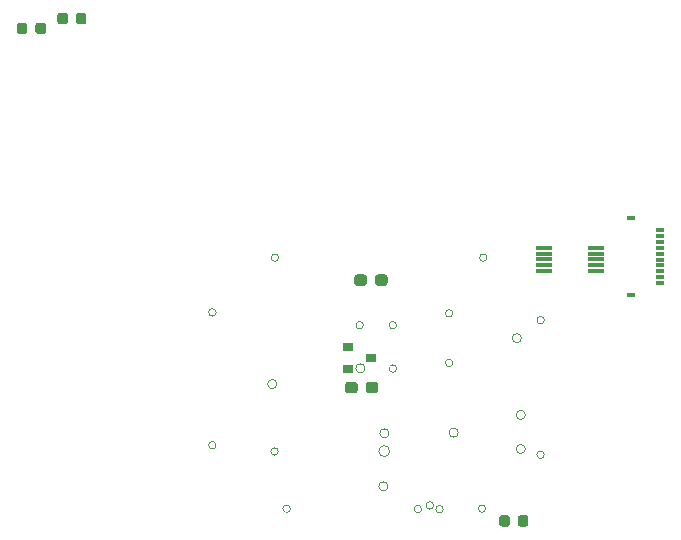
<source format=gbp>
G04 #@! TF.GenerationSoftware,KiCad,Pcbnew,5.1.4-e60b266~84~ubuntu16.04.1*
G04 #@! TF.CreationDate,2019-10-13T20:58:43-05:00*
G04 #@! TF.ProjectId,uno shield v1.0 project SMD,756e6f20-7368-4696-956c-642076312e30,rev?*
G04 #@! TF.SameCoordinates,Original*
G04 #@! TF.FileFunction,Paste,Bot*
G04 #@! TF.FilePolarity,Positive*
%FSLAX46Y46*%
G04 Gerber Fmt 4.6, Leading zero omitted, Abs format (unit mm)*
G04 Created by KiCad (PCBNEW 5.1.4-e60b266~84~ubuntu16.04.1) date 2019-10-13 20:58:43*
%MOMM*%
%LPD*%
G04 APERTURE LIST*
%ADD10C,0.080000*%
%ADD11R,0.800000X0.400000*%
%ADD12R,0.800000X0.300000*%
%ADD13R,0.900000X0.800000*%
%ADD14R,1.400000X0.300000*%
%ADD15C,0.100000*%
%ADD16C,0.950000*%
%ADD17C,0.875000*%
G04 APERTURE END LIST*
D10*
X137654638Y-115303300D02*
G75*
G03X137654638Y-115303300I-390498J0D01*
G01*
X145112078Y-113974880D02*
G75*
G03X145112078Y-113974880I-390498J0D01*
G01*
X147144078Y-119481600D02*
G75*
G03X147144078Y-119481600I-390498J0D01*
G01*
X147065338Y-123959620D02*
G75*
G03X147065338Y-123959620I-390498J0D01*
G01*
X153016558Y-119413020D02*
G75*
G03X153016558Y-119413020I-390498J0D01*
G01*
X158690918Y-120799860D02*
G75*
G03X158690918Y-120799860I-390498J0D01*
G01*
X158685838Y-117911880D02*
G75*
G03X158685838Y-117911880I-390498J0D01*
G01*
X144983308Y-110315673D02*
G75*
G03X144983308Y-110315673I-315284J0D01*
G01*
X147787523Y-110322000D02*
G75*
G03X147787523Y-110322000I-315284J0D01*
G01*
X147789772Y-113990414D02*
G75*
G03X147789772Y-113990414I-315284J0D01*
G01*
X138795571Y-125854088D02*
G75*
G03X138795571Y-125854088I-315284J0D01*
G01*
X155335571Y-125844088D02*
G75*
G03X155335571Y-125844088I-315284J0D01*
G01*
X160295571Y-121284088D02*
G75*
G03X160295571Y-121284088I-315284J0D01*
G01*
X160295571Y-109884088D02*
G75*
G03X160295571Y-109884088I-315284J0D01*
G01*
X155445571Y-104604088D02*
G75*
G03X155445571Y-104604088I-315284J0D01*
G01*
X137795571Y-104604088D02*
G75*
G03X137795571Y-104604088I-315284J0D01*
G01*
X132505571Y-109234088D02*
G75*
G03X132505571Y-109234088I-315284J0D01*
G01*
X132505571Y-120484088D02*
G75*
G03X132505571Y-120484088I-315284J0D01*
G01*
X149913017Y-125891840D02*
G75*
G03X149913017Y-125891840I-315284J0D01*
G01*
X151734205Y-125901910D02*
G75*
G03X151734205Y-125901910I-315284J0D01*
G01*
X152551647Y-109315411D02*
G75*
G03X152551647Y-109315411I-315284J0D01*
G01*
X158360718Y-111419640D02*
G75*
G03X158360718Y-111419640I-390498J0D01*
G01*
X152553396Y-113510306D02*
G75*
G03X152553396Y-113510306I-315284J0D01*
G01*
X150920119Y-125576285D02*
G75*
G03X150920119Y-125576285I-315284J0D01*
G01*
X147205419Y-120984542D02*
G75*
G03X147205419Y-120984542I-461570J0D01*
G01*
X137773182Y-121006608D02*
G75*
G03X137773182Y-121006608I-315284J0D01*
G01*
D11*
X167619040Y-107760400D03*
X167619040Y-101260400D03*
D12*
X170119040Y-106760400D03*
X170119040Y-106260400D03*
X170119040Y-105760400D03*
X170119040Y-105260400D03*
X170119040Y-104760400D03*
X170119040Y-104260400D03*
X170119040Y-103760400D03*
X170119040Y-103260400D03*
X170119040Y-102760400D03*
X170119040Y-102260400D03*
D13*
X145637000Y-113118860D03*
X143637000Y-112168860D03*
X143637000Y-114068860D03*
D14*
X164630460Y-103749600D03*
X164630460Y-104249600D03*
X164630460Y-104749600D03*
X164630460Y-105249600D03*
X164630460Y-105749600D03*
X160230460Y-105749600D03*
X160230460Y-105249600D03*
X160230460Y-104749600D03*
X160230460Y-104249600D03*
X160230460Y-103749600D03*
D15*
G36*
X146805779Y-106026144D02*
G01*
X146828834Y-106029563D01*
X146851443Y-106035227D01*
X146873387Y-106043079D01*
X146894457Y-106053044D01*
X146914448Y-106065026D01*
X146933168Y-106078910D01*
X146950438Y-106094562D01*
X146966090Y-106111832D01*
X146979974Y-106130552D01*
X146991956Y-106150543D01*
X147001921Y-106171613D01*
X147009773Y-106193557D01*
X147015437Y-106216166D01*
X147018856Y-106239221D01*
X147020000Y-106262500D01*
X147020000Y-106737500D01*
X147018856Y-106760779D01*
X147015437Y-106783834D01*
X147009773Y-106806443D01*
X147001921Y-106828387D01*
X146991956Y-106849457D01*
X146979974Y-106869448D01*
X146966090Y-106888168D01*
X146950438Y-106905438D01*
X146933168Y-106921090D01*
X146914448Y-106934974D01*
X146894457Y-106946956D01*
X146873387Y-106956921D01*
X146851443Y-106964773D01*
X146828834Y-106970437D01*
X146805779Y-106973856D01*
X146782500Y-106975000D01*
X146207500Y-106975000D01*
X146184221Y-106973856D01*
X146161166Y-106970437D01*
X146138557Y-106964773D01*
X146116613Y-106956921D01*
X146095543Y-106946956D01*
X146075552Y-106934974D01*
X146056832Y-106921090D01*
X146039562Y-106905438D01*
X146023910Y-106888168D01*
X146010026Y-106869448D01*
X145998044Y-106849457D01*
X145988079Y-106828387D01*
X145980227Y-106806443D01*
X145974563Y-106783834D01*
X145971144Y-106760779D01*
X145970000Y-106737500D01*
X145970000Y-106262500D01*
X145971144Y-106239221D01*
X145974563Y-106216166D01*
X145980227Y-106193557D01*
X145988079Y-106171613D01*
X145998044Y-106150543D01*
X146010026Y-106130552D01*
X146023910Y-106111832D01*
X146039562Y-106094562D01*
X146056832Y-106078910D01*
X146075552Y-106065026D01*
X146095543Y-106053044D01*
X146116613Y-106043079D01*
X146138557Y-106035227D01*
X146161166Y-106029563D01*
X146184221Y-106026144D01*
X146207500Y-106025000D01*
X146782500Y-106025000D01*
X146805779Y-106026144D01*
X146805779Y-106026144D01*
G37*
D16*
X146495000Y-106500000D03*
D15*
G36*
X145055779Y-106026144D02*
G01*
X145078834Y-106029563D01*
X145101443Y-106035227D01*
X145123387Y-106043079D01*
X145144457Y-106053044D01*
X145164448Y-106065026D01*
X145183168Y-106078910D01*
X145200438Y-106094562D01*
X145216090Y-106111832D01*
X145229974Y-106130552D01*
X145241956Y-106150543D01*
X145251921Y-106171613D01*
X145259773Y-106193557D01*
X145265437Y-106216166D01*
X145268856Y-106239221D01*
X145270000Y-106262500D01*
X145270000Y-106737500D01*
X145268856Y-106760779D01*
X145265437Y-106783834D01*
X145259773Y-106806443D01*
X145251921Y-106828387D01*
X145241956Y-106849457D01*
X145229974Y-106869448D01*
X145216090Y-106888168D01*
X145200438Y-106905438D01*
X145183168Y-106921090D01*
X145164448Y-106934974D01*
X145144457Y-106946956D01*
X145123387Y-106956921D01*
X145101443Y-106964773D01*
X145078834Y-106970437D01*
X145055779Y-106973856D01*
X145032500Y-106975000D01*
X144457500Y-106975000D01*
X144434221Y-106973856D01*
X144411166Y-106970437D01*
X144388557Y-106964773D01*
X144366613Y-106956921D01*
X144345543Y-106946956D01*
X144325552Y-106934974D01*
X144306832Y-106921090D01*
X144289562Y-106905438D01*
X144273910Y-106888168D01*
X144260026Y-106869448D01*
X144248044Y-106849457D01*
X144238079Y-106828387D01*
X144230227Y-106806443D01*
X144224563Y-106783834D01*
X144221144Y-106760779D01*
X144220000Y-106737500D01*
X144220000Y-106262500D01*
X144221144Y-106239221D01*
X144224563Y-106216166D01*
X144230227Y-106193557D01*
X144238079Y-106171613D01*
X144248044Y-106150543D01*
X144260026Y-106130552D01*
X144273910Y-106111832D01*
X144289562Y-106094562D01*
X144306832Y-106078910D01*
X144325552Y-106065026D01*
X144345543Y-106053044D01*
X144366613Y-106043079D01*
X144388557Y-106035227D01*
X144411166Y-106029563D01*
X144434221Y-106026144D01*
X144457500Y-106025000D01*
X145032500Y-106025000D01*
X145055779Y-106026144D01*
X145055779Y-106026144D01*
G37*
D16*
X144745000Y-106500000D03*
D15*
G36*
X146025779Y-115126144D02*
G01*
X146048834Y-115129563D01*
X146071443Y-115135227D01*
X146093387Y-115143079D01*
X146114457Y-115153044D01*
X146134448Y-115165026D01*
X146153168Y-115178910D01*
X146170438Y-115194562D01*
X146186090Y-115211832D01*
X146199974Y-115230552D01*
X146211956Y-115250543D01*
X146221921Y-115271613D01*
X146229773Y-115293557D01*
X146235437Y-115316166D01*
X146238856Y-115339221D01*
X146240000Y-115362500D01*
X146240000Y-115837500D01*
X146238856Y-115860779D01*
X146235437Y-115883834D01*
X146229773Y-115906443D01*
X146221921Y-115928387D01*
X146211956Y-115949457D01*
X146199974Y-115969448D01*
X146186090Y-115988168D01*
X146170438Y-116005438D01*
X146153168Y-116021090D01*
X146134448Y-116034974D01*
X146114457Y-116046956D01*
X146093387Y-116056921D01*
X146071443Y-116064773D01*
X146048834Y-116070437D01*
X146025779Y-116073856D01*
X146002500Y-116075000D01*
X145427500Y-116075000D01*
X145404221Y-116073856D01*
X145381166Y-116070437D01*
X145358557Y-116064773D01*
X145336613Y-116056921D01*
X145315543Y-116046956D01*
X145295552Y-116034974D01*
X145276832Y-116021090D01*
X145259562Y-116005438D01*
X145243910Y-115988168D01*
X145230026Y-115969448D01*
X145218044Y-115949457D01*
X145208079Y-115928387D01*
X145200227Y-115906443D01*
X145194563Y-115883834D01*
X145191144Y-115860779D01*
X145190000Y-115837500D01*
X145190000Y-115362500D01*
X145191144Y-115339221D01*
X145194563Y-115316166D01*
X145200227Y-115293557D01*
X145208079Y-115271613D01*
X145218044Y-115250543D01*
X145230026Y-115230552D01*
X145243910Y-115211832D01*
X145259562Y-115194562D01*
X145276832Y-115178910D01*
X145295552Y-115165026D01*
X145315543Y-115153044D01*
X145336613Y-115143079D01*
X145358557Y-115135227D01*
X145381166Y-115129563D01*
X145404221Y-115126144D01*
X145427500Y-115125000D01*
X146002500Y-115125000D01*
X146025779Y-115126144D01*
X146025779Y-115126144D01*
G37*
D16*
X145715000Y-115600000D03*
D15*
G36*
X144275779Y-115126144D02*
G01*
X144298834Y-115129563D01*
X144321443Y-115135227D01*
X144343387Y-115143079D01*
X144364457Y-115153044D01*
X144384448Y-115165026D01*
X144403168Y-115178910D01*
X144420438Y-115194562D01*
X144436090Y-115211832D01*
X144449974Y-115230552D01*
X144461956Y-115250543D01*
X144471921Y-115271613D01*
X144479773Y-115293557D01*
X144485437Y-115316166D01*
X144488856Y-115339221D01*
X144490000Y-115362500D01*
X144490000Y-115837500D01*
X144488856Y-115860779D01*
X144485437Y-115883834D01*
X144479773Y-115906443D01*
X144471921Y-115928387D01*
X144461956Y-115949457D01*
X144449974Y-115969448D01*
X144436090Y-115988168D01*
X144420438Y-116005438D01*
X144403168Y-116021090D01*
X144384448Y-116034974D01*
X144364457Y-116046956D01*
X144343387Y-116056921D01*
X144321443Y-116064773D01*
X144298834Y-116070437D01*
X144275779Y-116073856D01*
X144252500Y-116075000D01*
X143677500Y-116075000D01*
X143654221Y-116073856D01*
X143631166Y-116070437D01*
X143608557Y-116064773D01*
X143586613Y-116056921D01*
X143565543Y-116046956D01*
X143545552Y-116034974D01*
X143526832Y-116021090D01*
X143509562Y-116005438D01*
X143493910Y-115988168D01*
X143480026Y-115969448D01*
X143468044Y-115949457D01*
X143458079Y-115928387D01*
X143450227Y-115906443D01*
X143444563Y-115883834D01*
X143441144Y-115860779D01*
X143440000Y-115837500D01*
X143440000Y-115362500D01*
X143441144Y-115339221D01*
X143444563Y-115316166D01*
X143450227Y-115293557D01*
X143458079Y-115271613D01*
X143468044Y-115250543D01*
X143480026Y-115230552D01*
X143493910Y-115211832D01*
X143509562Y-115194562D01*
X143526832Y-115178910D01*
X143545552Y-115165026D01*
X143565543Y-115153044D01*
X143586613Y-115143079D01*
X143608557Y-115135227D01*
X143631166Y-115129563D01*
X143654221Y-115126144D01*
X143677500Y-115125000D01*
X144252500Y-115125000D01*
X144275779Y-115126144D01*
X144275779Y-115126144D01*
G37*
D16*
X143965000Y-115600000D03*
D15*
G36*
X116312691Y-84706053D02*
G01*
X116333926Y-84709203D01*
X116354750Y-84714419D01*
X116374962Y-84721651D01*
X116394368Y-84730830D01*
X116412781Y-84741866D01*
X116430024Y-84754654D01*
X116445930Y-84769070D01*
X116460346Y-84784976D01*
X116473134Y-84802219D01*
X116484170Y-84820632D01*
X116493349Y-84840038D01*
X116500581Y-84860250D01*
X116505797Y-84881074D01*
X116508947Y-84902309D01*
X116510000Y-84923750D01*
X116510000Y-85436250D01*
X116508947Y-85457691D01*
X116505797Y-85478926D01*
X116500581Y-85499750D01*
X116493349Y-85519962D01*
X116484170Y-85539368D01*
X116473134Y-85557781D01*
X116460346Y-85575024D01*
X116445930Y-85590930D01*
X116430024Y-85605346D01*
X116412781Y-85618134D01*
X116394368Y-85629170D01*
X116374962Y-85638349D01*
X116354750Y-85645581D01*
X116333926Y-85650797D01*
X116312691Y-85653947D01*
X116291250Y-85655000D01*
X115853750Y-85655000D01*
X115832309Y-85653947D01*
X115811074Y-85650797D01*
X115790250Y-85645581D01*
X115770038Y-85638349D01*
X115750632Y-85629170D01*
X115732219Y-85618134D01*
X115714976Y-85605346D01*
X115699070Y-85590930D01*
X115684654Y-85575024D01*
X115671866Y-85557781D01*
X115660830Y-85539368D01*
X115651651Y-85519962D01*
X115644419Y-85499750D01*
X115639203Y-85478926D01*
X115636053Y-85457691D01*
X115635000Y-85436250D01*
X115635000Y-84923750D01*
X115636053Y-84902309D01*
X115639203Y-84881074D01*
X115644419Y-84860250D01*
X115651651Y-84840038D01*
X115660830Y-84820632D01*
X115671866Y-84802219D01*
X115684654Y-84784976D01*
X115699070Y-84769070D01*
X115714976Y-84754654D01*
X115732219Y-84741866D01*
X115750632Y-84730830D01*
X115770038Y-84721651D01*
X115790250Y-84714419D01*
X115811074Y-84709203D01*
X115832309Y-84706053D01*
X115853750Y-84705000D01*
X116291250Y-84705000D01*
X116312691Y-84706053D01*
X116312691Y-84706053D01*
G37*
D17*
X116072500Y-85180000D03*
D15*
G36*
X117887691Y-84706053D02*
G01*
X117908926Y-84709203D01*
X117929750Y-84714419D01*
X117949962Y-84721651D01*
X117969368Y-84730830D01*
X117987781Y-84741866D01*
X118005024Y-84754654D01*
X118020930Y-84769070D01*
X118035346Y-84784976D01*
X118048134Y-84802219D01*
X118059170Y-84820632D01*
X118068349Y-84840038D01*
X118075581Y-84860250D01*
X118080797Y-84881074D01*
X118083947Y-84902309D01*
X118085000Y-84923750D01*
X118085000Y-85436250D01*
X118083947Y-85457691D01*
X118080797Y-85478926D01*
X118075581Y-85499750D01*
X118068349Y-85519962D01*
X118059170Y-85539368D01*
X118048134Y-85557781D01*
X118035346Y-85575024D01*
X118020930Y-85590930D01*
X118005024Y-85605346D01*
X117987781Y-85618134D01*
X117969368Y-85629170D01*
X117949962Y-85638349D01*
X117929750Y-85645581D01*
X117908926Y-85650797D01*
X117887691Y-85653947D01*
X117866250Y-85655000D01*
X117428750Y-85655000D01*
X117407309Y-85653947D01*
X117386074Y-85650797D01*
X117365250Y-85645581D01*
X117345038Y-85638349D01*
X117325632Y-85629170D01*
X117307219Y-85618134D01*
X117289976Y-85605346D01*
X117274070Y-85590930D01*
X117259654Y-85575024D01*
X117246866Y-85557781D01*
X117235830Y-85539368D01*
X117226651Y-85519962D01*
X117219419Y-85499750D01*
X117214203Y-85478926D01*
X117211053Y-85457691D01*
X117210000Y-85436250D01*
X117210000Y-84923750D01*
X117211053Y-84902309D01*
X117214203Y-84881074D01*
X117219419Y-84860250D01*
X117226651Y-84840038D01*
X117235830Y-84820632D01*
X117246866Y-84802219D01*
X117259654Y-84784976D01*
X117274070Y-84769070D01*
X117289976Y-84754654D01*
X117307219Y-84741866D01*
X117325632Y-84730830D01*
X117345038Y-84721651D01*
X117365250Y-84714419D01*
X117386074Y-84709203D01*
X117407309Y-84706053D01*
X117428750Y-84705000D01*
X117866250Y-84705000D01*
X117887691Y-84706053D01*
X117887691Y-84706053D01*
G37*
D17*
X117647500Y-85180000D03*
D15*
G36*
X121327691Y-83876053D02*
G01*
X121348926Y-83879203D01*
X121369750Y-83884419D01*
X121389962Y-83891651D01*
X121409368Y-83900830D01*
X121427781Y-83911866D01*
X121445024Y-83924654D01*
X121460930Y-83939070D01*
X121475346Y-83954976D01*
X121488134Y-83972219D01*
X121499170Y-83990632D01*
X121508349Y-84010038D01*
X121515581Y-84030250D01*
X121520797Y-84051074D01*
X121523947Y-84072309D01*
X121525000Y-84093750D01*
X121525000Y-84606250D01*
X121523947Y-84627691D01*
X121520797Y-84648926D01*
X121515581Y-84669750D01*
X121508349Y-84689962D01*
X121499170Y-84709368D01*
X121488134Y-84727781D01*
X121475346Y-84745024D01*
X121460930Y-84760930D01*
X121445024Y-84775346D01*
X121427781Y-84788134D01*
X121409368Y-84799170D01*
X121389962Y-84808349D01*
X121369750Y-84815581D01*
X121348926Y-84820797D01*
X121327691Y-84823947D01*
X121306250Y-84825000D01*
X120868750Y-84825000D01*
X120847309Y-84823947D01*
X120826074Y-84820797D01*
X120805250Y-84815581D01*
X120785038Y-84808349D01*
X120765632Y-84799170D01*
X120747219Y-84788134D01*
X120729976Y-84775346D01*
X120714070Y-84760930D01*
X120699654Y-84745024D01*
X120686866Y-84727781D01*
X120675830Y-84709368D01*
X120666651Y-84689962D01*
X120659419Y-84669750D01*
X120654203Y-84648926D01*
X120651053Y-84627691D01*
X120650000Y-84606250D01*
X120650000Y-84093750D01*
X120651053Y-84072309D01*
X120654203Y-84051074D01*
X120659419Y-84030250D01*
X120666651Y-84010038D01*
X120675830Y-83990632D01*
X120686866Y-83972219D01*
X120699654Y-83954976D01*
X120714070Y-83939070D01*
X120729976Y-83924654D01*
X120747219Y-83911866D01*
X120765632Y-83900830D01*
X120785038Y-83891651D01*
X120805250Y-83884419D01*
X120826074Y-83879203D01*
X120847309Y-83876053D01*
X120868750Y-83875000D01*
X121306250Y-83875000D01*
X121327691Y-83876053D01*
X121327691Y-83876053D01*
G37*
D17*
X121087500Y-84350000D03*
D15*
G36*
X119752691Y-83876053D02*
G01*
X119773926Y-83879203D01*
X119794750Y-83884419D01*
X119814962Y-83891651D01*
X119834368Y-83900830D01*
X119852781Y-83911866D01*
X119870024Y-83924654D01*
X119885930Y-83939070D01*
X119900346Y-83954976D01*
X119913134Y-83972219D01*
X119924170Y-83990632D01*
X119933349Y-84010038D01*
X119940581Y-84030250D01*
X119945797Y-84051074D01*
X119948947Y-84072309D01*
X119950000Y-84093750D01*
X119950000Y-84606250D01*
X119948947Y-84627691D01*
X119945797Y-84648926D01*
X119940581Y-84669750D01*
X119933349Y-84689962D01*
X119924170Y-84709368D01*
X119913134Y-84727781D01*
X119900346Y-84745024D01*
X119885930Y-84760930D01*
X119870024Y-84775346D01*
X119852781Y-84788134D01*
X119834368Y-84799170D01*
X119814962Y-84808349D01*
X119794750Y-84815581D01*
X119773926Y-84820797D01*
X119752691Y-84823947D01*
X119731250Y-84825000D01*
X119293750Y-84825000D01*
X119272309Y-84823947D01*
X119251074Y-84820797D01*
X119230250Y-84815581D01*
X119210038Y-84808349D01*
X119190632Y-84799170D01*
X119172219Y-84788134D01*
X119154976Y-84775346D01*
X119139070Y-84760930D01*
X119124654Y-84745024D01*
X119111866Y-84727781D01*
X119100830Y-84709368D01*
X119091651Y-84689962D01*
X119084419Y-84669750D01*
X119079203Y-84648926D01*
X119076053Y-84627691D01*
X119075000Y-84606250D01*
X119075000Y-84093750D01*
X119076053Y-84072309D01*
X119079203Y-84051074D01*
X119084419Y-84030250D01*
X119091651Y-84010038D01*
X119100830Y-83990632D01*
X119111866Y-83972219D01*
X119124654Y-83954976D01*
X119139070Y-83939070D01*
X119154976Y-83924654D01*
X119172219Y-83911866D01*
X119190632Y-83900830D01*
X119210038Y-83891651D01*
X119230250Y-83884419D01*
X119251074Y-83879203D01*
X119272309Y-83876053D01*
X119293750Y-83875000D01*
X119731250Y-83875000D01*
X119752691Y-83876053D01*
X119752691Y-83876053D01*
G37*
D17*
X119512500Y-84350000D03*
D15*
G36*
X157175191Y-126416053D02*
G01*
X157196426Y-126419203D01*
X157217250Y-126424419D01*
X157237462Y-126431651D01*
X157256868Y-126440830D01*
X157275281Y-126451866D01*
X157292524Y-126464654D01*
X157308430Y-126479070D01*
X157322846Y-126494976D01*
X157335634Y-126512219D01*
X157346670Y-126530632D01*
X157355849Y-126550038D01*
X157363081Y-126570250D01*
X157368297Y-126591074D01*
X157371447Y-126612309D01*
X157372500Y-126633750D01*
X157372500Y-127146250D01*
X157371447Y-127167691D01*
X157368297Y-127188926D01*
X157363081Y-127209750D01*
X157355849Y-127229962D01*
X157346670Y-127249368D01*
X157335634Y-127267781D01*
X157322846Y-127285024D01*
X157308430Y-127300930D01*
X157292524Y-127315346D01*
X157275281Y-127328134D01*
X157256868Y-127339170D01*
X157237462Y-127348349D01*
X157217250Y-127355581D01*
X157196426Y-127360797D01*
X157175191Y-127363947D01*
X157153750Y-127365000D01*
X156716250Y-127365000D01*
X156694809Y-127363947D01*
X156673574Y-127360797D01*
X156652750Y-127355581D01*
X156632538Y-127348349D01*
X156613132Y-127339170D01*
X156594719Y-127328134D01*
X156577476Y-127315346D01*
X156561570Y-127300930D01*
X156547154Y-127285024D01*
X156534366Y-127267781D01*
X156523330Y-127249368D01*
X156514151Y-127229962D01*
X156506919Y-127209750D01*
X156501703Y-127188926D01*
X156498553Y-127167691D01*
X156497500Y-127146250D01*
X156497500Y-126633750D01*
X156498553Y-126612309D01*
X156501703Y-126591074D01*
X156506919Y-126570250D01*
X156514151Y-126550038D01*
X156523330Y-126530632D01*
X156534366Y-126512219D01*
X156547154Y-126494976D01*
X156561570Y-126479070D01*
X156577476Y-126464654D01*
X156594719Y-126451866D01*
X156613132Y-126440830D01*
X156632538Y-126431651D01*
X156652750Y-126424419D01*
X156673574Y-126419203D01*
X156694809Y-126416053D01*
X156716250Y-126415000D01*
X157153750Y-126415000D01*
X157175191Y-126416053D01*
X157175191Y-126416053D01*
G37*
D17*
X156935000Y-126890000D03*
D15*
G36*
X158750191Y-126416053D02*
G01*
X158771426Y-126419203D01*
X158792250Y-126424419D01*
X158812462Y-126431651D01*
X158831868Y-126440830D01*
X158850281Y-126451866D01*
X158867524Y-126464654D01*
X158883430Y-126479070D01*
X158897846Y-126494976D01*
X158910634Y-126512219D01*
X158921670Y-126530632D01*
X158930849Y-126550038D01*
X158938081Y-126570250D01*
X158943297Y-126591074D01*
X158946447Y-126612309D01*
X158947500Y-126633750D01*
X158947500Y-127146250D01*
X158946447Y-127167691D01*
X158943297Y-127188926D01*
X158938081Y-127209750D01*
X158930849Y-127229962D01*
X158921670Y-127249368D01*
X158910634Y-127267781D01*
X158897846Y-127285024D01*
X158883430Y-127300930D01*
X158867524Y-127315346D01*
X158850281Y-127328134D01*
X158831868Y-127339170D01*
X158812462Y-127348349D01*
X158792250Y-127355581D01*
X158771426Y-127360797D01*
X158750191Y-127363947D01*
X158728750Y-127365000D01*
X158291250Y-127365000D01*
X158269809Y-127363947D01*
X158248574Y-127360797D01*
X158227750Y-127355581D01*
X158207538Y-127348349D01*
X158188132Y-127339170D01*
X158169719Y-127328134D01*
X158152476Y-127315346D01*
X158136570Y-127300930D01*
X158122154Y-127285024D01*
X158109366Y-127267781D01*
X158098330Y-127249368D01*
X158089151Y-127229962D01*
X158081919Y-127209750D01*
X158076703Y-127188926D01*
X158073553Y-127167691D01*
X158072500Y-127146250D01*
X158072500Y-126633750D01*
X158073553Y-126612309D01*
X158076703Y-126591074D01*
X158081919Y-126570250D01*
X158089151Y-126550038D01*
X158098330Y-126530632D01*
X158109366Y-126512219D01*
X158122154Y-126494976D01*
X158136570Y-126479070D01*
X158152476Y-126464654D01*
X158169719Y-126451866D01*
X158188132Y-126440830D01*
X158207538Y-126431651D01*
X158227750Y-126424419D01*
X158248574Y-126419203D01*
X158269809Y-126416053D01*
X158291250Y-126415000D01*
X158728750Y-126415000D01*
X158750191Y-126416053D01*
X158750191Y-126416053D01*
G37*
D17*
X158510000Y-126890000D03*
M02*

</source>
